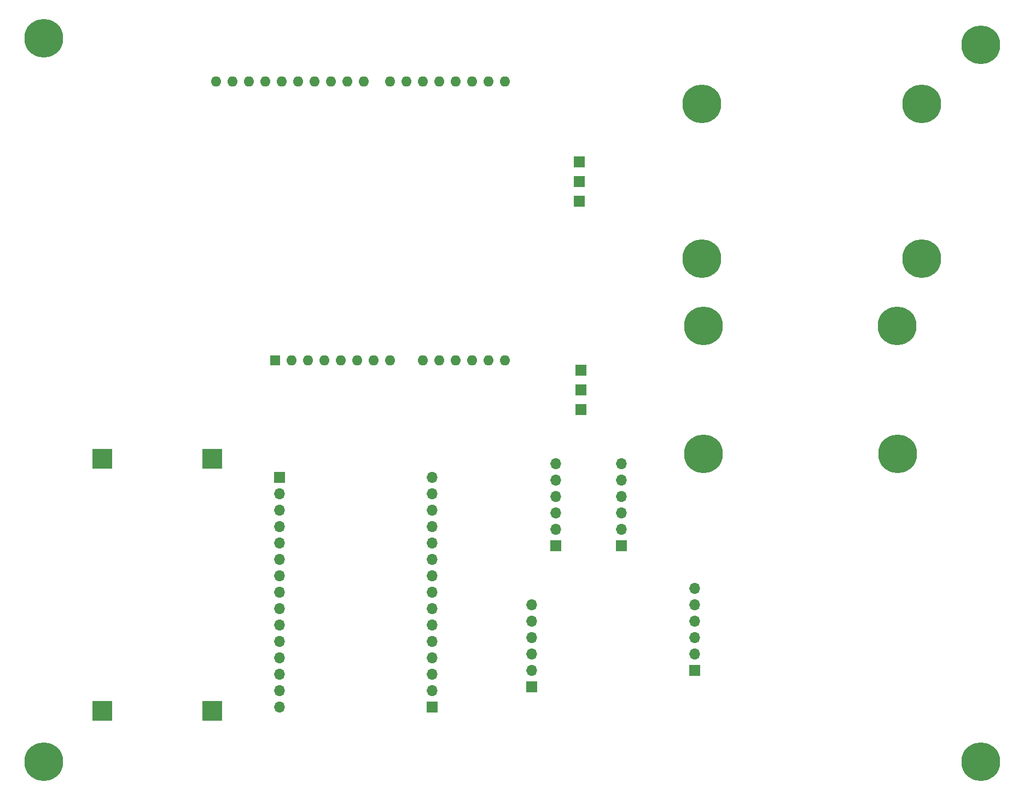
<source format=gbr>
%TF.GenerationSoftware,KiCad,Pcbnew,(5.1.10)-1*%
%TF.CreationDate,2022-01-13T07:53:36+07:00*%
%TF.ProjectId,Atuph2,41747570-6832-42e6-9b69-6361645f7063,rev?*%
%TF.SameCoordinates,Original*%
%TF.FileFunction,Soldermask,Bot*%
%TF.FilePolarity,Negative*%
%FSLAX46Y46*%
G04 Gerber Fmt 4.6, Leading zero omitted, Abs format (unit mm)*
G04 Created by KiCad (PCBNEW (5.1.10)-1) date 2022-01-13 07:53:36*
%MOMM*%
%LPD*%
G01*
G04 APERTURE LIST*
%ADD10O,1.700000X1.700000*%
%ADD11R,1.700000X1.700000*%
%ADD12R,3.048000X3.048000*%
%ADD13C,6.000000*%
%ADD14O,1.600000X1.600000*%
%ADD15R,1.600000X1.600000*%
G04 APERTURE END LIST*
D10*
%TO.C,L3*%
X138012000Y-123698000D03*
X138012000Y-128778000D03*
X138012000Y-133858000D03*
D11*
X138012000Y-136398000D03*
D10*
X138012000Y-126238000D03*
X138012000Y-131318000D03*
X163232000Y-121158000D03*
X163232000Y-126238000D03*
X163232000Y-131318000D03*
D11*
X163232000Y-133858000D03*
D10*
X163232000Y-123698000D03*
X163232000Y-128778000D03*
%TD*%
D12*
%TO.C,L2*%
X71510000Y-140150000D03*
X88510000Y-140150000D03*
X88510000Y-101150000D03*
X71510000Y-101150000D03*
%TD*%
D10*
%TO.C,L1*%
X141732000Y-112014000D03*
D11*
X141732000Y-114554000D03*
D10*
X141732000Y-104394000D03*
X141732000Y-109474000D03*
X141732000Y-101854000D03*
X141732000Y-106934000D03*
X151892000Y-109474000D03*
X151892000Y-104394000D03*
D11*
X151892000Y-114554000D03*
D10*
X151892000Y-101854000D03*
X151892000Y-112014000D03*
X151892000Y-106934000D03*
%TD*%
%TO.C,J2*%
X122560000Y-104014000D03*
X122560000Y-106554000D03*
X122560000Y-109094000D03*
X122560000Y-111634000D03*
X122560000Y-114174000D03*
X122560000Y-116714000D03*
X122560000Y-119254000D03*
X122560000Y-121794000D03*
X122560000Y-124334000D03*
X122560000Y-126874000D03*
X122560000Y-129414000D03*
X122560000Y-131954000D03*
X122560000Y-134494000D03*
X122560000Y-137034000D03*
D11*
X122560000Y-139574000D03*
%TD*%
D10*
%TO.C,J1*%
X99000000Y-139574000D03*
X99000000Y-137034000D03*
X99000000Y-134494000D03*
X99000000Y-131954000D03*
X99000000Y-129414000D03*
X99000000Y-126874000D03*
X99000000Y-124334000D03*
X99000000Y-121794000D03*
X99000000Y-119254000D03*
X99000000Y-116714000D03*
X99000000Y-114174000D03*
X99000000Y-111634000D03*
X99000000Y-109094000D03*
X99000000Y-106554000D03*
D11*
X99000000Y-104014000D03*
%TD*%
D13*
%TO.C,H4*%
X207474000Y-148014000D03*
%TD*%
%TO.C,H3*%
X62474000Y-148014000D03*
%TD*%
%TO.C,H2*%
X62474000Y-36014000D03*
%TD*%
%TO.C,H1*%
X207474000Y-37014000D03*
%TD*%
D11*
%TO.C,D2*%
X145594000Y-90424000D03*
X145594000Y-93472000D03*
X145594000Y-87376000D03*
D13*
X164592000Y-100330000D03*
X164592000Y-80548000D03*
X194614000Y-100360000D03*
X194564000Y-80518000D03*
%TD*%
D11*
%TO.C,D1*%
X145356000Y-55118000D03*
X145356000Y-58166000D03*
X145356000Y-61214000D03*
D13*
X198356000Y-46166000D03*
X164356000Y-46166000D03*
X164356000Y-70166000D03*
X198356000Y-70166000D03*
%TD*%
D14*
%TO.C,A1*%
X121173000Y-42698000D03*
X99333000Y-42698000D03*
X109493000Y-42698000D03*
X96793000Y-42698000D03*
X94253000Y-42698000D03*
X133873000Y-42698000D03*
X116093000Y-42698000D03*
X118633000Y-42698000D03*
X126253000Y-42698000D03*
X131333000Y-42698000D03*
X128793000Y-42698000D03*
X123713000Y-42698000D03*
X91713000Y-42698000D03*
X89173000Y-42698000D03*
X104413000Y-42698000D03*
X106953000Y-42698000D03*
X112033000Y-42698000D03*
X101873000Y-42698000D03*
X100853000Y-85878000D03*
X116093000Y-85878000D03*
D15*
X98313000Y-85878000D03*
D14*
X111013000Y-85878000D03*
X103393000Y-85878000D03*
X113553000Y-85878000D03*
X133873000Y-85878000D03*
X105933000Y-85878000D03*
X108473000Y-85878000D03*
X126253000Y-85878000D03*
X121173000Y-85878000D03*
X123713000Y-85878000D03*
X128793000Y-85878000D03*
X131333000Y-85878000D03*
%TD*%
M02*

</source>
